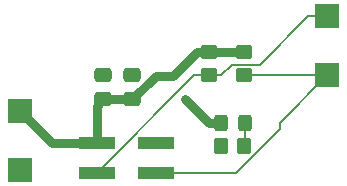
<source format=gbr>
%TF.GenerationSoftware,KiCad,Pcbnew,8.0.8*%
%TF.CreationDate,2025-04-18T18:27:36-04:00*%
%TF.ProjectId,VEML7700-TR,56454d4c-3737-4303-902d-54522e6b6963,rev?*%
%TF.SameCoordinates,Original*%
%TF.FileFunction,Copper,L1,Top*%
%TF.FilePolarity,Positive*%
%FSLAX46Y46*%
G04 Gerber Fmt 4.6, Leading zero omitted, Abs format (unit mm)*
G04 Created by KiCad (PCBNEW 8.0.8) date 2025-04-18 18:27:36*
%MOMM*%
%LPD*%
G01*
G04 APERTURE LIST*
G04 Aperture macros list*
%AMRoundRect*
0 Rectangle with rounded corners*
0 $1 Rounding radius*
0 $2 $3 $4 $5 $6 $7 $8 $9 X,Y pos of 4 corners*
0 Add a 4 corners polygon primitive as box body*
4,1,4,$2,$3,$4,$5,$6,$7,$8,$9,$2,$3,0*
0 Add four circle primitives for the rounded corners*
1,1,$1+$1,$2,$3*
1,1,$1+$1,$4,$5*
1,1,$1+$1,$6,$7*
1,1,$1+$1,$8,$9*
0 Add four rect primitives between the rounded corners*
20,1,$1+$1,$2,$3,$4,$5,0*
20,1,$1+$1,$4,$5,$6,$7,0*
20,1,$1+$1,$6,$7,$8,$9,0*
20,1,$1+$1,$8,$9,$2,$3,0*%
G04 Aperture macros list end*
%TA.AperFunction,SMDPad,CuDef*%
%ADD10RoundRect,0.250000X-0.350000X-0.450000X0.350000X-0.450000X0.350000X0.450000X-0.350000X0.450000X0*%
%TD*%
%TA.AperFunction,SMDPad,CuDef*%
%ADD11RoundRect,0.250000X0.325000X0.450000X-0.325000X0.450000X-0.325000X-0.450000X0.325000X-0.450000X0*%
%TD*%
%TA.AperFunction,SMDPad,CuDef*%
%ADD12RoundRect,0.250000X0.475000X-0.337500X0.475000X0.337500X-0.475000X0.337500X-0.475000X-0.337500X0*%
%TD*%
%TA.AperFunction,SMDPad,CuDef*%
%ADD13R,3.150000X1.000000*%
%TD*%
%TA.AperFunction,SMDPad,CuDef*%
%ADD14RoundRect,0.250000X-0.450000X0.350000X-0.450000X-0.350000X0.450000X-0.350000X0.450000X0.350000X0*%
%TD*%
%TA.AperFunction,ComponentPad*%
%ADD15R,2.000000X2.000000*%
%TD*%
%TA.AperFunction,ViaPad*%
%ADD16C,0.600000*%
%TD*%
%TA.AperFunction,Conductor*%
%ADD17C,0.200000*%
%TD*%
%TA.AperFunction,Conductor*%
%ADD18C,0.762000*%
%TD*%
G04 APERTURE END LIST*
D10*
%TO.P,R3,1*%
%TO.N,GND*%
X146000000Y-127000000D03*
%TO.P,R3,2*%
%TO.N,Net-(D1-K)*%
X148000000Y-127000000D03*
%TD*%
D11*
%TO.P,D1,2,A*%
%TO.N,+3.3V*%
X145975000Y-125000000D03*
%TO.P,D1,1,K*%
%TO.N,Net-(D1-K)*%
X148025000Y-125000000D03*
%TD*%
D12*
%TO.P,C1,1*%
%TO.N,+3.3V*%
X138491250Y-123037500D03*
%TO.P,C1,2*%
%TO.N,GND*%
X138491250Y-120962500D03*
%TD*%
D13*
%TO.P,J1,1,Pin_1*%
%TO.N,+3.3V*%
X135475000Y-126730000D03*
%TO.P,J1,2,Pin_2*%
%TO.N,GND*%
X140525000Y-126730000D03*
%TO.P,J1,3,Pin_3*%
%TO.N,/SCL*%
X135475000Y-129270000D03*
%TO.P,J1,4,Pin_4*%
%TO.N,/SDA*%
X140525000Y-129270000D03*
%TD*%
D14*
%TO.P,R1,1*%
%TO.N,+3.3V*%
X148000000Y-119000000D03*
%TO.P,R1,2*%
%TO.N,/SDA*%
X148000000Y-121000000D03*
%TD*%
%TO.P,R2,1*%
%TO.N,+3.3V*%
X145000000Y-119000000D03*
%TO.P,R2,2*%
%TO.N,/SCL*%
X145000000Y-121000000D03*
%TD*%
D15*
%TO.P,TP3,1,1*%
%TO.N,/SDA*%
X155000000Y-121000000D03*
%TD*%
%TO.P,TP1,1,1*%
%TO.N,+3.3V*%
X129000000Y-124000000D03*
%TD*%
%TO.P,TP2,1,1*%
%TO.N,GND*%
X129000000Y-129000000D03*
%TD*%
D12*
%TO.P,C2,1*%
%TO.N,+3.3V*%
X136000000Y-123037500D03*
%TO.P,C2,2*%
%TO.N,GND*%
X136000000Y-120962500D03*
%TD*%
D15*
%TO.P,TP4,1,1*%
%TO.N,/SCL*%
X155000000Y-116000000D03*
%TD*%
D16*
%TO.N,/SDA*%
X140525000Y-129270000D03*
%TO.N,/SCL*%
X135475000Y-129270000D03*
%TO.N,GND*%
X140525000Y-126730000D03*
X146000000Y-127000000D03*
%TO.N,+3.3V*%
X143000000Y-123000000D03*
%TO.N,GND*%
X138491250Y-120962500D03*
X136000000Y-120962500D03*
%TO.N,+3.3V*%
X138491250Y-123037500D03*
%TD*%
D17*
%TO.N,/SCL*%
X145000000Y-121000000D02*
X146000000Y-121000000D01*
X146900000Y-120100000D02*
X149300000Y-120100000D01*
X146000000Y-121000000D02*
X146900000Y-120100000D01*
X149300000Y-120100000D02*
X153400000Y-116000000D01*
X153400000Y-116000000D02*
X155000000Y-116000000D01*
D18*
%TO.N,+3.3V*%
X135475000Y-126730000D02*
X131730000Y-126730000D01*
X131730000Y-126730000D02*
X129000000Y-124000000D01*
D17*
%TO.N,/SDA*%
X140525000Y-129270000D02*
X147314744Y-129270000D01*
X147314744Y-129270000D02*
X151000000Y-125584744D01*
X151000000Y-125000000D02*
X155000000Y-121000000D01*
X151000000Y-125584744D02*
X151000000Y-125000000D01*
X155000000Y-121000000D02*
X148000000Y-121000000D01*
%TO.N,/SCL*%
X135475000Y-129270000D02*
X143745000Y-121000000D01*
X143745000Y-121000000D02*
X145000000Y-121000000D01*
%TO.N,Net-(D1-K)*%
X148025000Y-125000000D02*
X148025000Y-126975000D01*
X148025000Y-126975000D02*
X148000000Y-127000000D01*
D18*
%TO.N,+3.3V*%
X143000000Y-123000000D02*
X145000000Y-125000000D01*
X145000000Y-125000000D02*
X145975000Y-125000000D01*
X136000000Y-123037500D02*
X135475000Y-123562500D01*
X135475000Y-123562500D02*
X135475000Y-126730000D01*
X148000000Y-119000000D02*
X145000000Y-119000000D01*
X138491250Y-123037500D02*
X140491250Y-121037500D01*
X141962500Y-121037500D02*
X144000000Y-119000000D01*
X140491250Y-121037500D02*
X141962500Y-121037500D01*
X144000000Y-119000000D02*
X145000000Y-119000000D01*
X138491250Y-123037500D02*
X136000000Y-123037500D01*
%TD*%
M02*

</source>
